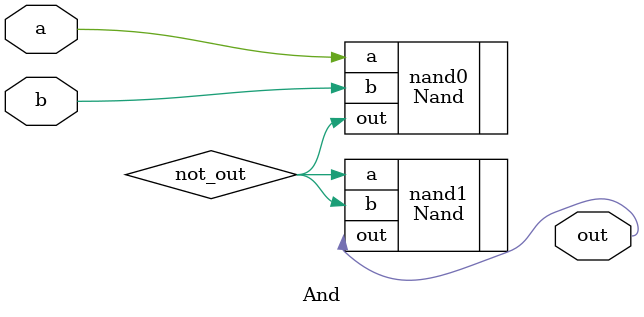
<source format=v>
module And (
  output wire out,
  input wire a,
  input wire b
);
  wire not_out;
  Nand nand0 (
    .out(not_out),
    .a(a),
    .b(b)
  );
  Nand nand1 (
    .out(out),
    .a(not_out),
    .b(not_out)
  );
endmodule

</source>
